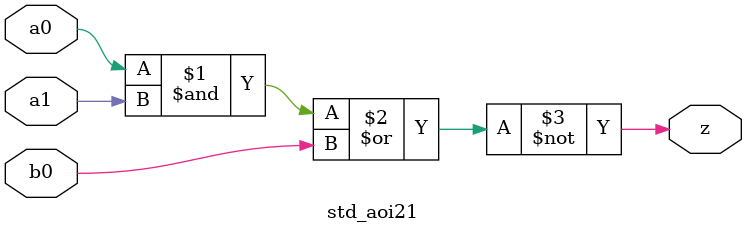
<source format=sv>

module std_aoi21 #(parameter DW = 1 ) // array width
(
	input [DW-1:0]  a0,
	input [DW-1:0]  a1,
	input [DW-1:0]  b0, 
	output [DW-1:0] z
);

assign z = ~((a0 & a1) | b0);

endmodule

</source>
